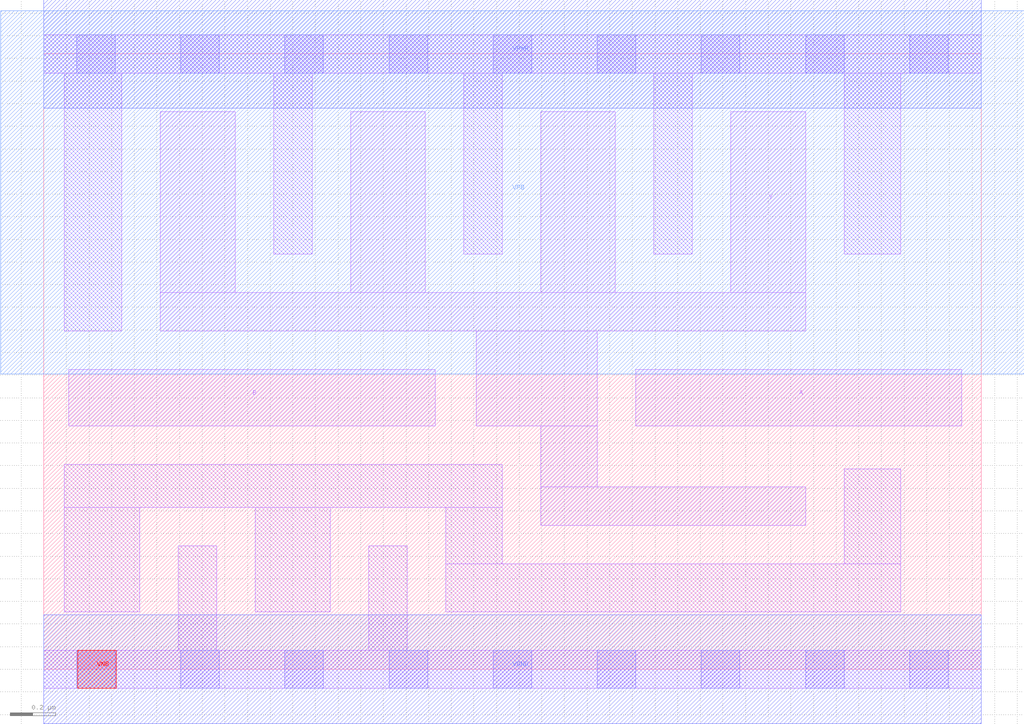
<source format=lef>
# Copyright 2020 The SkyWater PDK Authors
#
# Licensed under the Apache License, Version 2.0 (the "License");
# you may not use this file except in compliance with the License.
# You may obtain a copy of the License at
#
#     https://www.apache.org/licenses/LICENSE-2.0
#
# Unless required by applicable law or agreed to in writing, software
# distributed under the License is distributed on an "AS IS" BASIS,
# WITHOUT WARRANTIES OR CONDITIONS OF ANY KIND, either express or implied.
# See the License for the specific language governing permissions and
# limitations under the License.
#
# SPDX-License-Identifier: Apache-2.0

VERSION 5.7 ;
  NOWIREEXTENSIONATPIN ON ;
  DIVIDERCHAR "/" ;
  BUSBITCHARS "[]" ;
MACRO sky130_fd_sc_hd__nand2_4
  CLASS CORE ;
  FOREIGN sky130_fd_sc_hd__nand2_4 ;
  ORIGIN  0.000000  0.000000 ;
  SIZE  4.140000 BY  2.720000 ;
  SYMMETRY X Y R90 ;
  SITE unithd ;
  PIN A
    ANTENNAGATEAREA  0.990000 ;
    DIRECTION INPUT ;
    USE SIGNAL ;
    PORT
      LAYER li1 ;
        RECT 2.615000 1.075000 4.055000 1.325000 ;
    END
  END A
  PIN B
    ANTENNAGATEAREA  0.990000 ;
    DIRECTION INPUT ;
    USE SIGNAL ;
    PORT
      LAYER li1 ;
        RECT 0.110000 1.075000 1.730000 1.325000 ;
    END
  END B
  PIN VNB
    PORT
      LAYER pwell ;
        RECT 0.150000 -0.085000 0.320000 0.085000 ;
    END
  END VNB
  PIN VPB
    PORT
      LAYER nwell ;
        RECT -0.190000 1.305000 4.330000 2.910000 ;
    END
  END VPB
  PIN Y
    ANTENNADIFFAREA  1.431000 ;
    DIRECTION OUTPUT ;
    USE SIGNAL ;
    PORT
      LAYER li1 ;
        RECT 0.515000 1.495000 3.365000 1.665000 ;
        RECT 0.515000 1.665000 0.845000 2.465000 ;
        RECT 1.355000 1.665000 1.685000 2.465000 ;
        RECT 1.910000 1.075000 2.445000 1.495000 ;
        RECT 2.195000 0.635000 3.365000 0.805000 ;
        RECT 2.195000 0.805000 2.445000 1.075000 ;
        RECT 2.195000 1.665000 2.525000 2.465000 ;
        RECT 3.035000 1.665000 3.365000 2.465000 ;
    END
  END Y
  PIN VGND
    DIRECTION INOUT ;
    SHAPE ABUTMENT ;
    USE GROUND ;
    PORT
      LAYER met1 ;
        RECT 0.000000 -0.240000 4.140000 0.240000 ;
    END
  END VGND
  PIN VPWR
    DIRECTION INOUT ;
    SHAPE ABUTMENT ;
    USE POWER ;
    PORT
      LAYER met1 ;
        RECT 0.000000 2.480000 4.140000 2.960000 ;
    END
  END VPWR
  OBS
    LAYER li1 ;
      RECT 0.000000 -0.085000 4.140000 0.085000 ;
      RECT 0.000000  2.635000 4.140000 2.805000 ;
      RECT 0.090000  0.255000 0.425000 0.715000 ;
      RECT 0.090000  0.715000 2.025000 0.905000 ;
      RECT 0.090000  1.495000 0.345000 2.635000 ;
      RECT 0.595000  0.085000 0.765000 0.545000 ;
      RECT 0.935000  0.255000 1.265000 0.715000 ;
      RECT 1.015000  1.835000 1.185000 2.635000 ;
      RECT 1.435000  0.085000 1.605000 0.545000 ;
      RECT 1.775000  0.255000 3.785000 0.465000 ;
      RECT 1.775000  0.465000 2.025000 0.715000 ;
      RECT 1.855000  1.835000 2.025000 2.635000 ;
      RECT 2.695000  1.835000 2.865000 2.635000 ;
      RECT 3.535000  0.465000 3.785000 0.885000 ;
      RECT 3.535000  1.835000 3.785000 2.635000 ;
    LAYER mcon ;
      RECT 0.145000 -0.085000 0.315000 0.085000 ;
      RECT 0.145000  2.635000 0.315000 2.805000 ;
      RECT 0.605000 -0.085000 0.775000 0.085000 ;
      RECT 0.605000  2.635000 0.775000 2.805000 ;
      RECT 1.065000 -0.085000 1.235000 0.085000 ;
      RECT 1.065000  2.635000 1.235000 2.805000 ;
      RECT 1.525000 -0.085000 1.695000 0.085000 ;
      RECT 1.525000  2.635000 1.695000 2.805000 ;
      RECT 1.985000 -0.085000 2.155000 0.085000 ;
      RECT 1.985000  2.635000 2.155000 2.805000 ;
      RECT 2.445000 -0.085000 2.615000 0.085000 ;
      RECT 2.445000  2.635000 2.615000 2.805000 ;
      RECT 2.905000 -0.085000 3.075000 0.085000 ;
      RECT 2.905000  2.635000 3.075000 2.805000 ;
      RECT 3.365000 -0.085000 3.535000 0.085000 ;
      RECT 3.365000  2.635000 3.535000 2.805000 ;
      RECT 3.825000 -0.085000 3.995000 0.085000 ;
      RECT 3.825000  2.635000 3.995000 2.805000 ;
  END
END sky130_fd_sc_hd__nand2_4
END LIBRARY

</source>
